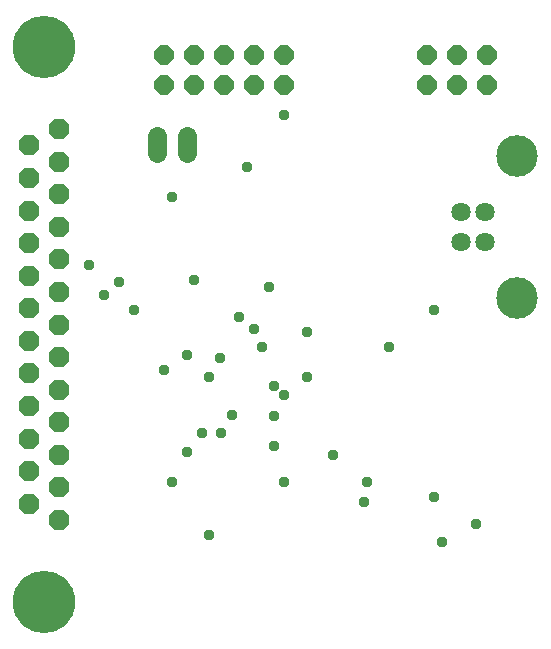
<source format=gbr>
G04 EAGLE Gerber RS-274X export*
G75*
%MOMM*%
%FSLAX34Y34*%
%LPD*%
%INSoldermask Bottom*%
%IPPOS*%
%AMOC8*
5,1,8,0,0,1.08239X$1,22.5*%
G01*
%ADD10P,1.869504X8X292.500000*%
%ADD11C,5.283200*%
%ADD12C,1.625600*%
%ADD13P,1.759533X8X22.500000*%
%ADD14C,3.519200*%
%ADD15C,1.631200*%
%ADD16C,0.959600*%


D10*
X133350Y107442D03*
X133350Y135128D03*
X133350Y162560D03*
X133350Y190246D03*
X133350Y217932D03*
X133350Y245364D03*
X133350Y273050D03*
X133350Y300736D03*
X133350Y328168D03*
X133350Y355854D03*
X133350Y383540D03*
X133350Y410972D03*
X133350Y438658D03*
X107950Y121158D03*
X107950Y148844D03*
X107950Y176530D03*
X107950Y203962D03*
X107950Y231648D03*
X107950Y259334D03*
X107950Y286766D03*
X107950Y314452D03*
X107950Y342138D03*
X107950Y369570D03*
X107950Y397256D03*
X107950Y424942D03*
D11*
X120650Y508254D03*
X120650Y37846D03*
D12*
X241300Y418338D02*
X241300Y432562D01*
X215900Y432562D02*
X215900Y418338D01*
D13*
X444500Y476250D03*
X444500Y501650D03*
X469900Y476250D03*
X469900Y501650D03*
X495300Y476250D03*
X495300Y501650D03*
X222250Y476250D03*
X222250Y501650D03*
X247650Y476250D03*
X247650Y501650D03*
X273050Y476250D03*
X273050Y501650D03*
X298450Y476250D03*
X298450Y501650D03*
X323850Y476250D03*
X323850Y501650D03*
D14*
X520700Y295400D03*
X520700Y415800D03*
D15*
X473600Y343100D03*
X493600Y343100D03*
X473600Y368100D03*
X493600Y368100D03*
D16*
X222250Y234950D03*
X260350Y228600D03*
X279400Y196850D03*
X311150Y304800D03*
X247650Y311150D03*
X260350Y95250D03*
X241300Y165100D03*
X342900Y266700D03*
X228600Y381000D03*
X292100Y406400D03*
X342900Y228600D03*
X412750Y254000D03*
X450850Y285750D03*
X450850Y127000D03*
X269240Y245110D03*
X314960Y220980D03*
X314960Y195580D03*
X314960Y170180D03*
X323850Y450850D03*
X196850Y285750D03*
X171450Y298450D03*
X158750Y323850D03*
X184150Y309118D03*
X241300Y247650D03*
X285750Y279400D03*
X457200Y88900D03*
X486410Y104140D03*
X228600Y139700D03*
X298450Y269240D03*
X365000Y162560D03*
X393700Y139700D03*
X323850Y139700D03*
X304800Y254000D03*
X254000Y181610D03*
X270510Y181610D03*
X391160Y123190D03*
X323370Y213360D03*
M02*

</source>
